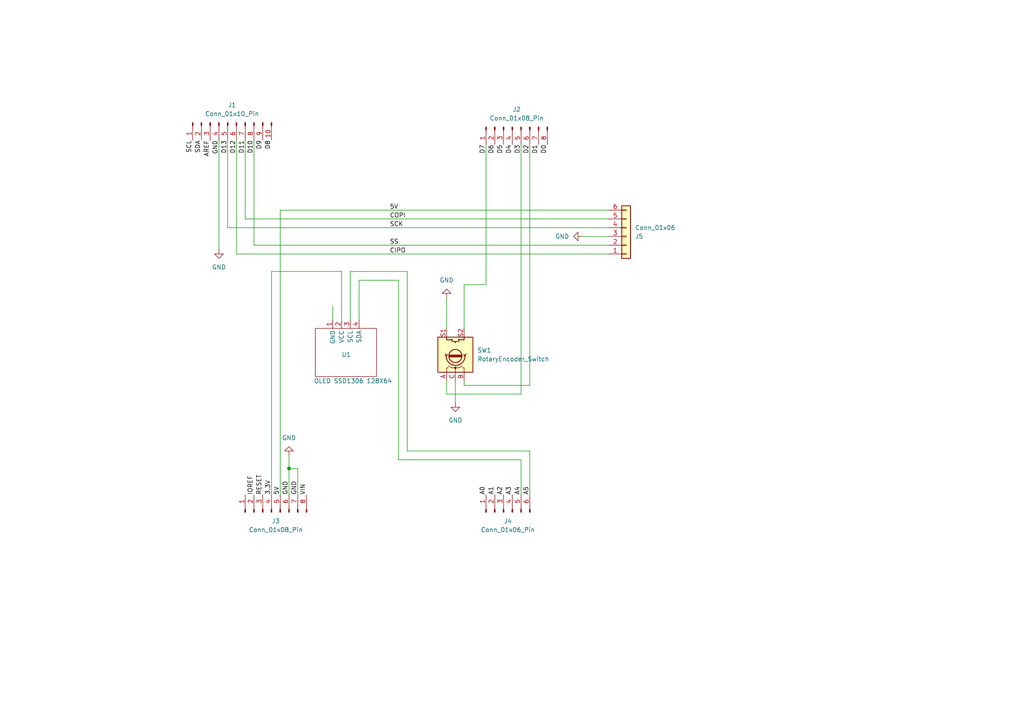
<source format=kicad_sch>
(kicad_sch (version 20230121) (generator eeschema)
  (paper "A4")
  (lib_symbols
    (symbol "Connector:Conn_01x06_Pin" (pin_names (offset 1.016) hide)
      (property "Reference" "J" (at 0 7.62 0))
      (property "Value" "Conn_01x06_Pin" (at 0 -10.16 0))
      (symbol "Conn_01x06_Pin_1_1"
        (polyline (pts (xy 1.27 -7.62) (xy 0.8636 -7.62)) (stroke (width 0.1524)))
        (polyline (pts (xy 1.27 -5.08) (xy 0.8636 -5.08)) (stroke (width 0.1524)))
        (polyline (pts (xy 1.27 -2.54) (xy 0.8636 -2.54)) (stroke (width 0.1524)))
        (polyline (pts (xy 1.27 0) (xy 0.8636 0)) (stroke (width 0.1524)))
        (polyline (pts (xy 1.27 2.54) (xy 0.8636 2.54)) (stroke (width 0.1524)))
        (polyline (pts (xy 1.27 5.08) (xy 0.8636 5.08)) (stroke (width 0.1524)))
        (rectangle (start 0.8636 -7.493) (end 0 -7.747) (stroke (width 0.1524)) (fill (type outline)))
        (rectangle (start 0.8636 -4.953) (end 0 -5.207) (stroke (width 0.1524)) (fill (type outline)))
        (rectangle (start 0.8636 -2.413) (end 0 -2.667) (stroke (width 0.1524)) (fill (type outline)))
        (rectangle (start 0.8636 0.127) (end 0 -0.127) (stroke (width 0.1524)) (fill (type outline)))
        (rectangle (start 0.8636 2.667) (end 0 2.413) (stroke (width 0.1524)) (fill (type outline)))
        (rectangle (start 0.8636 5.207) (end 0 4.953) (stroke (width 0.1524)) (fill (type outline)))
        (pin passive line (at 5.08 5.08 180) (length 3.81) (name "Pin_1") (number "1"))
        (pin passive line (at 5.08 2.54 180) (length 3.81) (name "Pin_2") (number "2"))
        (pin passive line (at 5.08 0 180) (length 3.81) (name "Pin_3") (number "3"))
        (pin passive line (at 5.08 -2.54 180) (length 3.81) (name "Pin_4") (number "4"))
        (pin passive line (at 5.08 -5.08 180) (length 3.81) (name "Pin_5") (number "5"))
        (pin passive line (at 5.08 -7.62 180) (length 3.81) (name "Pin_6") (number "6"))
      )
    )
    (symbol "Connector:Conn_01x08_Pin" (pin_names (offset 1.016) hide)
      (property "Reference" "J" (at 0 10.16 0))
      (property "Value" "Conn_01x08_Pin" (at 0 -12.7 0))
      (symbol "Conn_01x08_Pin_1_1"
        (polyline (pts (xy 1.27 -10.16) (xy 0.8636 -10.16)) (stroke (width 0.1524)))
        (polyline (pts (xy 1.27 -7.62) (xy 0.8636 -7.62)) (stroke (width 0.1524)))
        (polyline (pts (xy 1.27 -5.08) (xy 0.8636 -5.08)) (stroke (width 0.1524)))
        (polyline (pts (xy 1.27 -2.54) (xy 0.8636 -2.54)) (stroke (width 0.1524)))
        (polyline (pts (xy 1.27 0) (xy 0.8636 0)) (stroke (width 0.1524)))
        (polyline (pts (xy 1.27 2.54) (xy 0.8636 2.54)) (stroke (width 0.1524)))
        (polyline (pts (xy 1.27 5.08) (xy 0.8636 5.08)) (stroke (width 0.1524)))
        (polyline (pts (xy 1.27 7.62) (xy 0.8636 7.62)) (stroke (width 0.1524)))
        (rectangle (start 0.8636 -10.033) (end 0 -10.287) (stroke (width 0.1524)) (fill (type outline)))
        (rectangle (start 0.8636 -7.493) (end 0 -7.747) (stroke (width 0.1524)) (fill (type outline)))
        (rectangle (start 0.8636 -4.953) (end 0 -5.207) (stroke (width 0.1524)) (fill (type outline)))
        (rectangle (start 0.8636 -2.413) (end 0 -2.667) (stroke (width 0.1524)) (fill (type outline)))
        (rectangle (start 0.8636 0.127) (end 0 -0.127) (stroke (width 0.1524)) (fill (type outline)))
        (rectangle (start 0.8636 2.667) (end 0 2.413) (stroke (width 0.1524)) (fill (type outline)))
        (rectangle (start 0.8636 5.207) (end 0 4.953) (stroke (width 0.1524)) (fill (type outline)))
        (rectangle (start 0.8636 7.747) (end 0 7.493) (stroke (width 0.1524)) (fill (type outline)))
        (pin passive line (at 5.08 7.62 180) (length 3.81) (name "Pin_1") (number "1"))
        (pin passive line (at 5.08 5.08 180) (length 3.81) (name "Pin_2") (number "2"))
        (pin passive line (at 5.08 2.54 180) (length 3.81) (name "Pin_3") (number "3"))
        (pin passive line (at 5.08 0 180) (length 3.81) (name "Pin_4") (number "4"))
        (pin passive line (at 5.08 -2.54 180) (length 3.81) (name "Pin_5") (number "5"))
        (pin passive line (at 5.08 -5.08 180) (length 3.81) (name "Pin_6") (number "6"))
        (pin passive line (at 5.08 -7.62 180) (length 3.81) (name "Pin_7") (number "7"))
        (pin passive line (at 5.08 -10.16 180) (length 3.81) (name "Pin_8") (number "8"))
      )
    )
    (symbol "Connector:Conn_01x10_Pin" (pin_names (offset 1.016) hide)
      (property "Reference" "J" (at 0 12.7 0))
      (property "Value" "Conn_01x10_Pin" (at 0 -15.24 0))
      (symbol "Conn_01x10_Pin_1_1"
        (polyline (pts (xy 1.27 -12.7) (xy 0.8636 -12.7)) (stroke (width 0.1524)))
        (polyline (pts (xy 1.27 -10.16) (xy 0.8636 -10.16)) (stroke (width 0.1524)))
        (polyline (pts (xy 1.27 -7.62) (xy 0.8636 -7.62)) (stroke (width 0.1524)))
        (polyline (pts (xy 1.27 -5.08) (xy 0.8636 -5.08)) (stroke (width 0.1524)))
        (polyline (pts (xy 1.27 -2.54) (xy 0.8636 -2.54)) (stroke (width 0.1524)))
        (polyline (pts (xy 1.27 0) (xy 0.8636 0)) (stroke (width 0.1524)))
        (polyline (pts (xy 1.27 2.54) (xy 0.8636 2.54)) (stroke (width 0.1524)))
        (polyline (pts (xy 1.27 5.08) (xy 0.8636 5.08)) (stroke (width 0.1524)))
        (polyline (pts (xy 1.27 7.62) (xy 0.8636 7.62)) (stroke (width 0.1524)))
        (polyline (pts (xy 1.27 10.16) (xy 0.8636 10.16)) (stroke (width 0.1524)))
        (rectangle (start 0.8636 -12.573) (end 0 -12.827) (stroke (width 0.1524)) (fill (type outline)))
        (rectangle (start 0.8636 -10.033) (end 0 -10.287) (stroke (width 0.1524)) (fill (type outline)))
        (rectangle (start 0.8636 -7.493) (end 0 -7.747) (stroke (width 0.1524)) (fill (type outline)))
        (rectangle (start 0.8636 -4.953) (end 0 -5.207) (stroke (width 0.1524)) (fill (type outline)))
        (rectangle (start 0.8636 -2.413) (end 0 -2.667) (stroke (width 0.1524)) (fill (type outline)))
        (rectangle (start 0.8636 0.127) (end 0 -0.127) (stroke (width 0.1524)) (fill (type outline)))
        (rectangle (start 0.8636 2.667) (end 0 2.413) (stroke (width 0.1524)) (fill (type outline)))
        (rectangle (start 0.8636 5.207) (end 0 4.953) (stroke (width 0.1524)) (fill (type outline)))
        (rectangle (start 0.8636 7.747) (end 0 7.493) (stroke (width 0.1524)) (fill (type outline)))
        (rectangle (start 0.8636 10.287) (end 0 10.033) (stroke (width 0.1524)) (fill (type outline)))
        (pin passive line (at 5.08 10.16 180) (length 3.81) (name "Pin_1") (number "1"))
        (pin passive line (at 5.08 -12.7 180) (length 3.81) (name "Pin_10") (number "10"))
        (pin passive line (at 5.08 7.62 180) (length 3.81) (name "Pin_2") (number "2"))
        (pin passive line (at 5.08 5.08 180) (length 3.81) (name "Pin_3") (number "3"))
        (pin passive line (at 5.08 2.54 180) (length 3.81) (name "Pin_4") (number "4"))
        (pin passive line (at 5.08 0 180) (length 3.81) (name "Pin_5") (number "5"))
        (pin passive line (at 5.08 -2.54 180) (length 3.81) (name "Pin_6") (number "6"))
        (pin passive line (at 5.08 -5.08 180) (length 3.81) (name "Pin_7") (number "7"))
        (pin passive line (at 5.08 -7.62 180) (length 3.81) (name "Pin_8") (number "8"))
        (pin passive line (at 5.08 -10.16 180) (length 3.81) (name "Pin_9") (number "9"))
      )
    )
    (symbol "Connector_Generic:Conn_01x06" (pin_names (offset 1.016) hide)
      (property "Reference" "J" (at 0 7.62 0))
      (property "Value" "Conn_01x06" (at 0 -10.16 0))
      (symbol "Conn_01x06_1_1"
        (rectangle (start -1.27 -7.493) (end 0 -7.747) (stroke (width 0.1524)))
        (rectangle (start -1.27 -4.953) (end 0 -5.207) (stroke (width 0.1524)))
        (rectangle (start -1.27 -2.413) (end 0 -2.667) (stroke (width 0.1524)))
        (rectangle (start -1.27 0.127) (end 0 -0.127) (stroke (width 0.1524)))
        (rectangle (start -1.27 2.667) (end 0 2.413) (stroke (width 0.1524)))
        (rectangle (start -1.27 5.207) (end 0 4.953) (stroke (width 0.1524)))
        (rectangle (start -1.27 6.35) (end 1.27 -8.89) (stroke (width 0.254)) (fill (type background)))
        (pin passive line (at -5.08 5.08 0) (length 3.81) (name "Pin_1") (number "1"))
        (pin passive line (at -5.08 2.54 0) (length 3.81) (name "Pin_2") (number "2"))
        (pin passive line (at -5.08 0 0) (length 3.81) (name "Pin_3") (number "3"))
        (pin passive line (at -5.08 -2.54 0) (length 3.81) (name "Pin_4") (number "4"))
        (pin passive line (at -5.08 -5.08 0) (length 3.81) (name "Pin_5") (number "5"))
        (pin passive line (at -5.08 -7.62 0) (length 3.81) (name "Pin_6") (number "6"))
      )
    )
    (symbol "Device:RotaryEncoder_Switch" (pin_names (offset 0.254) hide)
      (property "Reference" "SW" (at 0 6.604 0))
      (property "Value" "RotaryEncoder_Switch" (at 0 -6.604 0))
      (symbol "RotaryEncoder_Switch_0_1"
        (rectangle (start -5.08 5.08) (end 5.08 -5.08) (stroke (width 0.254)) (fill (type background)))
        (circle (center -3.81 0) (radius 0.254) (fill (type outline)))
        (circle (center -0.381 0) (radius 1.905) (stroke (width 0.254)))
        (arc (start -0.381 2.667) (mid -3.0988 -0.0635) (end -0.381 -2.794) (stroke (width 0.254)))
        (polyline (pts (xy -0.635 -1.778) (xy -0.635 1.778)) (stroke (width 0.254)))
        (polyline (pts (xy -0.381 -1.778) (xy -0.381 1.778)) (stroke (width 0.254)))
        (polyline (pts (xy -0.127 1.778) (xy -0.127 -1.778)) (stroke (width 0.254)))
        (polyline (pts (xy 3.81 0) (xy 3.429 0)) (stroke (width 0.254)))
        (polyline (pts (xy 3.81 1.016) (xy 3.81 -1.016)) (stroke (width 0.254)))
        (polyline (pts (xy -5.08 -2.54) (xy -3.81 -2.54) (xy -3.81 -2.032)))
        (polyline (pts (xy -5.08 2.54) (xy -3.81 2.54) (xy -3.81 2.032)))
        (polyline (pts (xy 0.254 -3.048) (xy -0.508 -2.794) (xy 0.127 -2.413)) (stroke (width 0.254)))
        (polyline (pts (xy 0.254 2.921) (xy -0.508 2.667) (xy 0.127 2.286)) (stroke (width 0.254)))
        (polyline (pts (xy 5.08 -2.54) (xy 4.318 -2.54) (xy 4.318 -1.016)) (stroke (width 0.254)))
        (polyline (pts (xy 5.08 2.54) (xy 4.318 2.54) (xy 4.318 1.016)) (stroke (width 0.254)))
        (polyline (pts (xy -5.08 0) (xy -3.81 0) (xy -3.81 -1.016) (xy -3.302 -2.032)))
        (polyline (pts (xy -4.318 0) (xy -3.81 0) (xy -3.81 1.016) (xy -3.302 2.032)))
        (circle (center 4.318 -1.016) (radius 0.127) (stroke (width 0.254)))
        (circle (center 4.318 1.016) (radius 0.127) (stroke (width 0.254)))
      )
      (symbol "RotaryEncoder_Switch_1_1"
        (pin passive line (at -7.62 2.54 0) (length 2.54) (name "A") (number "A"))
        (pin passive line (at -7.62 -2.54 0) (length 2.54) (name "B") (number "B"))
        (pin passive line (at -7.62 0 0) (length 2.54) (name "C") (number "C"))
        (pin passive line (at 7.62 2.54 180) (length 2.54) (name "S1") (number "S1"))
        (pin passive line (at 7.62 -2.54 180) (length 2.54) (name "S2") (number "S2"))
      )
    )
    (symbol "New_Library:OLED_I2C"
      (property "Reference" "U" (at 3.81 -10.16 0))
      (symbol "OLED_I2C_0_1"
        (rectangle (start -5.08 -2.54) (end 12.7 -16.51))
      )
      (symbol "OLED_I2C_1_1"
        (pin power_in line (at 0 0 270) (length 2.54) (name "GND") (number "1"))
        (pin power_in line (at 2.54 0 270) (length 2.54) (name "VCC") (number "2"))
        (pin bidirectional line (at 5.08 0 270) (length 2.54) (name "SCL") (number "3"))
        (pin bidirectional line (at 7.62 0 270) (length 2.54) (name "SDA") (number "4"))
      )
    )
    (symbol "power:GND" (power) (pin_names (offset 0))
      (property "Value" "GND" (at 0 -3.81 0))
      (symbol "GND_0_1"
        (polyline (pts (xy 0 0) (xy 0 -1.27) (xy 1.27 -1.27) (xy 0 -2.54) (xy -1.27 -1.27) (xy 0 -1.27)))
      )
      (symbol "GND_1_1"
        (pin power_in line (at 0 0 270) (length 0) hide (name "GND") (number "1"))
      )
    )
  )
  (junction (at 83.82 135.89))
  (wire (pts (xy 134.62 111.76) (xy 153.67 111.76)))
  (wire (pts (xy 134.62 82.55) (xy 140.97 82.55)))
  (wire (pts (xy 101.6 78.74) (xy 118.11 78.74)))
  (wire (pts (xy 68.58 73.66) (xy 68.58 40.64)))
  (wire (pts (xy 104.14 92.71) (xy 104.14 81.28)))
  (wire (pts (xy 96.52 92.71) (xy 96.52 88.9)))
  (wire (pts (xy 176.53 60.96) (xy 81.28 60.96)))
  (wire (pts (xy 134.62 95.25) (xy 134.62 82.55)))
  (wire (pts (xy 129.54 114.3) (xy 129.54 110.49)))
  (wire (pts (xy 63.5 40.64) (xy 63.5 72.39)))
  (wire (pts (xy 99.06 78.74) (xy 78.74 78.74)))
  (wire (pts (xy 86.36 135.89) (xy 86.36 143.51)))
  (wire (pts (xy 115.57 81.28) (xy 115.57 133.35)))
  (wire (pts (xy 151.13 133.35) (xy 151.13 143.51)))
  (wire (pts (xy 153.67 130.81) (xy 153.67 143.51)))
  (wire (pts (xy 129.54 86.36) (xy 129.54 95.25)))
  (wire (pts (xy 132.08 110.49) (xy 132.08 116.84)))
  (wire (pts (xy 153.67 41.91) (xy 153.67 111.76)))
  (wire (pts (xy 83.82 132.08) (xy 83.82 135.89)))
  (wire (pts (xy 115.57 133.35) (xy 151.13 133.35)))
  (wire (pts (xy 134.62 111.76) (xy 134.62 110.49)))
  (wire (pts (xy 83.82 135.89) (xy 83.82 143.51)))
  (wire (pts (xy 81.28 60.96) (xy 81.28 143.51)))
  (wire (pts (xy 71.12 63.5) (xy 71.12 40.64)))
  (wire (pts (xy 104.14 81.28) (xy 115.57 81.28)))
  (wire (pts (xy 73.66 71.12) (xy 73.66 40.64)))
  (wire (pts (xy 140.97 41.91) (xy 140.97 82.55)))
  (wire (pts (xy 99.06 92.71) (xy 99.06 78.74)))
  (wire (pts (xy 168.91 68.58) (xy 176.53 68.58)))
  (wire (pts (xy 78.74 78.74) (xy 78.74 143.51)))
  (wire (pts (xy 176.53 63.5) (xy 71.12 63.5)))
  (wire (pts (xy 66.04 66.04) (xy 66.04 40.64)))
  (wire (pts (xy 73.66 71.12) (xy 176.53 71.12)))
  (wire (pts (xy 118.11 130.81) (xy 153.67 130.81)))
  (wire (pts (xy 151.13 41.91) (xy 151.13 114.3)))
  (wire (pts (xy 101.6 92.71) (xy 101.6 78.74)))
  (wire (pts (xy 118.11 78.74) (xy 118.11 130.81)))
  (wire (pts (xy 151.13 114.3) (xy 129.54 114.3)))
  (wire (pts (xy 176.53 66.04) (xy 66.04 66.04)))
  (wire (pts (xy 83.82 135.89) (xy 86.36 135.89)))
  (wire (pts (xy 176.53 73.66) (xy 68.58 73.66)))
  (label "A3" (at 148.59 143.51 90))
  (label "AREF" (at 60.96 40.64 270))
  (label "3.3V" (at 78.74 143.51 90))
  (label "SS" (at 113.03 71.12 0))
  (label "CIPO" (at 113.03 73.66 0))
  (label "COPI" (at 113.03 63.5 0))
  (label "D4" (at 148.59 41.91 270))
  (label "SDA" (at 58.42 40.64 270))
  (label "D3" (at 151.13 41.91 270))
  (label "D5" (at 146.05 41.91 270))
  (label "SCL" (at 55.88 40.64 270))
  (label "A1" (at 143.51 143.51 90))
  (label "RESET" (at 76.2 143.51 90))
  (label "D10" (at 73.66 40.64 270))
  (label "IOREF" (at 73.66 143.51 90))
  (label "D1" (at 156.21 41.91 270))
  (label "D2" (at 153.67 41.91 270))
  (label "A0" (at 140.97 143.51 90))
  (label "A5" (at 153.67 143.51 90))
  (label "VIN" (at 88.9 143.51 90))
  (label "GND" (at 83.82 143.51 90))
  (label "5V" (at 113.03 60.96 0))
  (label "D6" (at 143.51 41.91 270))
  (label "D0" (at 158.75 41.91 270))
  (label "D13" (at 66.04 40.64 270))
  (label "A4" (at 151.13 143.51 90))
  (label "5V" (at 81.28 143.51 90))
  (label "D12" (at 68.58 40.64 270))
  (label "GND" (at 63.5 40.64 270))
  (label "D8" (at 78.74 40.64 270))
  (label "D11" (at 71.12 40.64 270))
  (label "D9" (at 76.2 40.64 270))
  (label "D7" (at 140.97 41.91 270))
  (label "GND" (at 86.36 143.51 90))
  (label "A2" (at 146.05 143.51 90))
  (label "SCK" (at 113.03 66.04 0))
  (symbol (lib_id "Connector:Conn_01x08_Pin") (at 148.59 36.83 90) (mirror x) (unit 1)
    (property "Reference" "J2" (at 149.86 31.75 90))
    (property "Value" "Conn_01x08_Pin" (at 149.86 34.29 90))
  )
  (symbol (lib_id "New_Library:OLED_I2C") (at 96.52 92.71 0) (unit 1)
    (property "Reference" "U1" (at 99.06 102.87 0) (effects (justify left)))
    (property "Value" "OLED SSD1306 128X64 " (at 102.87 110.49 0))
  )
  (symbol (lib_id "Connector:Conn_01x10_Pin") (at 66.04 35.56 90) (mirror x) (unit 1)
    (property "Reference" "J1" (at 67.31 30.48 90))
    (property "Value" "Conn_01x10_Pin" (at 67.31 33.02 90))
  )
  (symbol (lib_id "Connector:Conn_01x08_Pin") (at 78.74 148.59 90) (unit 1)
    (property "Reference" "J3" (at 80.01 151.13 90))
    (property "Value" "Conn_01x08_Pin" (at 80.01 153.67 90))
  )
  (symbol (lib_id "power:GND") (at 132.08 116.84 0) (unit 1)
    (property "Reference" "#PWR03" (effects hide))
    (property "Value" "GND" (at 132.08 121.92 0))
  )
  (symbol (lib_id "power:GND") (at 129.54 86.36 180) (unit 1)
    (property "Reference" "#PWR02" (effects hide))
    (property "Value" "GND" (at 129.54 81.28 0))
  )
  (symbol (lib_id "power:GND") (at 168.91 68.58 270) (unit 1)
    (property "Reference" "#PWR05" (effects hide))
    (property "Value" "GND" (at 165.1 68.58 90) (effects (justify right)))
  )
  (symbol (lib_id "power:GND") (at 63.5 72.39 0) (unit 1)
    (property "Reference" "#PWR01" (effects hide))
    (property "Value" "GND" (at 63.5 77.47 0))
  )
  (symbol (lib_id "power:GND") (at 83.82 132.08 180) (unit 1)
    (property "Reference" "#PWR04" (effects hide))
    (property "Value" "GND" (at 83.82 127 0))
  )
  (symbol (lib_id "Connector:Conn_01x06_Pin") (at 146.05 148.59 90) (unit 1)
    (property "Reference" "J4" (at 147.32 151.13 90))
    (property "Value" "Conn_01x06_Pin" (at 147.32 153.67 90))
  )
  (symbol (lib_id "Connector_Generic:Conn_01x06") (at 181.61 68.58 0) (mirror x) (unit 1)
    (property "Reference" "J5" (at 184.15 68.58 0) (effects (justify left)))
    (property "Value" "Conn_01x06" (at 184.15 66.04 0) (effects (justify left)))
  )
  (symbol (lib_id "Device:RotaryEncoder_Switch") (at 132.08 102.87 90) (unit 1)
    (property "Reference" "SW1" (at 138.43 101.6 90) (effects (justify right)))
    (property "Value" "RotaryEncoder_Switch" (at 138.43 104.14 90) (effects (justify right)))
  )
)
</source>
